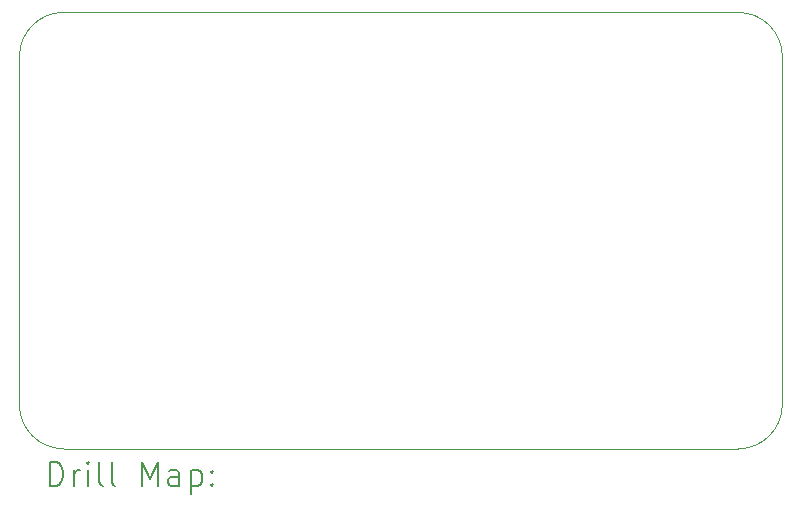
<source format=gbr>
%TF.GenerationSoftware,KiCad,Pcbnew,8.0.1*%
%TF.CreationDate,2024-04-15T15:14:33+08:00*%
%TF.ProjectId,555Sandbox,35353553-616e-4646-926f-782e6b696361,rev?*%
%TF.SameCoordinates,Original*%
%TF.FileFunction,Drillmap*%
%TF.FilePolarity,Positive*%
%FSLAX45Y45*%
G04 Gerber Fmt 4.5, Leading zero omitted, Abs format (unit mm)*
G04 Created by KiCad (PCBNEW 8.0.1) date 2024-04-15 15:14:33*
%MOMM*%
%LPD*%
G01*
G04 APERTURE LIST*
%ADD10C,0.050000*%
%ADD11C,0.200000*%
G04 APERTURE END LIST*
D10*
X13955000Y-9750000D02*
G75*
G02*
X13580000Y-10125000I-375000J0D01*
G01*
X13955000Y-6805000D02*
X13955000Y-9750000D01*
X7870000Y-10125000D02*
G75*
G02*
X7495000Y-9750000I0J375000D01*
G01*
X13580000Y-6430000D02*
G75*
G02*
X13955000Y-6805000I0J-375000D01*
G01*
X7495000Y-9750000D02*
X7495000Y-6805000D01*
X7495000Y-6805000D02*
G75*
G02*
X7870000Y-6430000I375000J0D01*
G01*
X13580000Y-10125000D02*
X7870000Y-10125000D01*
X7870000Y-6430000D02*
X13580000Y-6430000D01*
D11*
X7753277Y-10438984D02*
X7753277Y-10238984D01*
X7753277Y-10238984D02*
X7800896Y-10238984D01*
X7800896Y-10238984D02*
X7829467Y-10248508D01*
X7829467Y-10248508D02*
X7848515Y-10267555D01*
X7848515Y-10267555D02*
X7858039Y-10286603D01*
X7858039Y-10286603D02*
X7867562Y-10324698D01*
X7867562Y-10324698D02*
X7867562Y-10353270D01*
X7867562Y-10353270D02*
X7858039Y-10391365D01*
X7858039Y-10391365D02*
X7848515Y-10410412D01*
X7848515Y-10410412D02*
X7829467Y-10429460D01*
X7829467Y-10429460D02*
X7800896Y-10438984D01*
X7800896Y-10438984D02*
X7753277Y-10438984D01*
X7953277Y-10438984D02*
X7953277Y-10305650D01*
X7953277Y-10343746D02*
X7962801Y-10324698D01*
X7962801Y-10324698D02*
X7972324Y-10315174D01*
X7972324Y-10315174D02*
X7991372Y-10305650D01*
X7991372Y-10305650D02*
X8010420Y-10305650D01*
X8077086Y-10438984D02*
X8077086Y-10305650D01*
X8077086Y-10238984D02*
X8067562Y-10248508D01*
X8067562Y-10248508D02*
X8077086Y-10258031D01*
X8077086Y-10258031D02*
X8086610Y-10248508D01*
X8086610Y-10248508D02*
X8077086Y-10238984D01*
X8077086Y-10238984D02*
X8077086Y-10258031D01*
X8200896Y-10438984D02*
X8181848Y-10429460D01*
X8181848Y-10429460D02*
X8172324Y-10410412D01*
X8172324Y-10410412D02*
X8172324Y-10238984D01*
X8305658Y-10438984D02*
X8286610Y-10429460D01*
X8286610Y-10429460D02*
X8277086Y-10410412D01*
X8277086Y-10410412D02*
X8277086Y-10238984D01*
X8534229Y-10438984D02*
X8534229Y-10238984D01*
X8534229Y-10238984D02*
X8600896Y-10381841D01*
X8600896Y-10381841D02*
X8667563Y-10238984D01*
X8667563Y-10238984D02*
X8667563Y-10438984D01*
X8848515Y-10438984D02*
X8848515Y-10334222D01*
X8848515Y-10334222D02*
X8838991Y-10315174D01*
X8838991Y-10315174D02*
X8819944Y-10305650D01*
X8819944Y-10305650D02*
X8781848Y-10305650D01*
X8781848Y-10305650D02*
X8762801Y-10315174D01*
X8848515Y-10429460D02*
X8829467Y-10438984D01*
X8829467Y-10438984D02*
X8781848Y-10438984D01*
X8781848Y-10438984D02*
X8762801Y-10429460D01*
X8762801Y-10429460D02*
X8753277Y-10410412D01*
X8753277Y-10410412D02*
X8753277Y-10391365D01*
X8753277Y-10391365D02*
X8762801Y-10372317D01*
X8762801Y-10372317D02*
X8781848Y-10362793D01*
X8781848Y-10362793D02*
X8829467Y-10362793D01*
X8829467Y-10362793D02*
X8848515Y-10353270D01*
X8943753Y-10305650D02*
X8943753Y-10505650D01*
X8943753Y-10315174D02*
X8962801Y-10305650D01*
X8962801Y-10305650D02*
X9000896Y-10305650D01*
X9000896Y-10305650D02*
X9019944Y-10315174D01*
X9019944Y-10315174D02*
X9029467Y-10324698D01*
X9029467Y-10324698D02*
X9038991Y-10343746D01*
X9038991Y-10343746D02*
X9038991Y-10400889D01*
X9038991Y-10400889D02*
X9029467Y-10419936D01*
X9029467Y-10419936D02*
X9019944Y-10429460D01*
X9019944Y-10429460D02*
X9000896Y-10438984D01*
X9000896Y-10438984D02*
X8962801Y-10438984D01*
X8962801Y-10438984D02*
X8943753Y-10429460D01*
X9124705Y-10419936D02*
X9134229Y-10429460D01*
X9134229Y-10429460D02*
X9124705Y-10438984D01*
X9124705Y-10438984D02*
X9115182Y-10429460D01*
X9115182Y-10429460D02*
X9124705Y-10419936D01*
X9124705Y-10419936D02*
X9124705Y-10438984D01*
X9124705Y-10315174D02*
X9134229Y-10324698D01*
X9134229Y-10324698D02*
X9124705Y-10334222D01*
X9124705Y-10334222D02*
X9115182Y-10324698D01*
X9115182Y-10324698D02*
X9124705Y-10315174D01*
X9124705Y-10315174D02*
X9124705Y-10334222D01*
M02*

</source>
